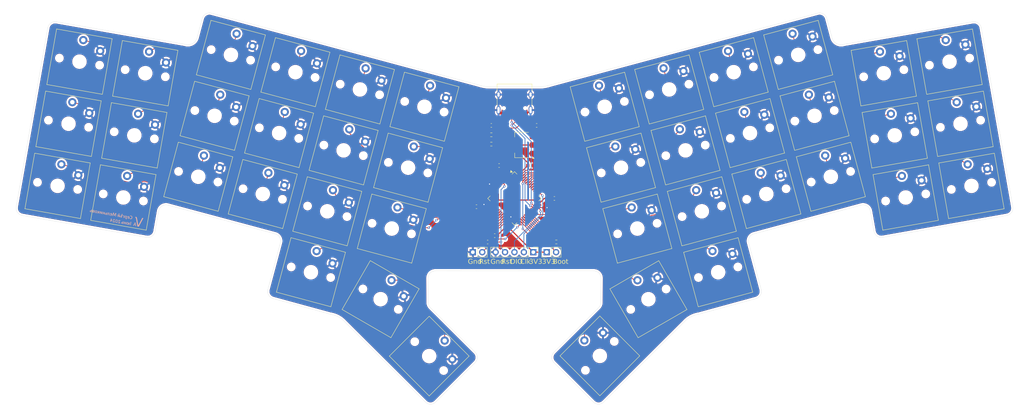
<source format=kicad_pcb>
(kicad_pcb (version 20240108) (generator "pcbnew") (generator_version "8.0")
  (title_block (title "Izhitsa A PCB") (rev "June 1, 2024") (company "Sergiey Melnikov"))
  (layers (0 "F.Cu" signal) (31 "B.Cu" signal) (34 "B.Paste" user) (35 "F.Paste" user) (36 "B.SilkS" user "B.Silkscreen") (37 "F.SilkS" user "F.Silkscreen") (38 "B.Mask" user) (39 "F.Mask" user) (44 "Edge.Cuts" user))
  (net 0 "")
  (net 1 "+5V")
  (net 2 "GND")
  (net 3 "+3V3")
  (net 4 "BOOT")
  (net 5 "RESET")
  (net 6 "SWDIO")
  (net 7 "SWCLK")
  (net 8 "PA9")
  (net 9 "D_N")
  (net 12 "Net-(J5-CC1)")
  (net 13 "D_P")
  (net 14 "Net-(J5-CC2)")
  (net 15 "S3.2")
  (net 16 "S3.3")
  (net 17 "S3.4")
  (net 18 "S3.5")
  (net 19 "S3.6")
  (net 20 "S3.7")
  (net 21 "S4.1")
  (net 22 "S4.2")
  (net 23 "S4.3")
  (net 24 "S4.4")
  (net 25 "S4.5")
  (net 26 "S4.6")
  (net 27 "S5.2")
  (net 28 "S5.3")
  (net 29 "S5.4")
  (net 30 "S5.5")
  (net 31 "S5.6")
  (net 32 "S5.7")
  (net 33 "S6.1")
  (net 34 "S6.2")
  (net 35 "S6.3")
  (net 36 "S6.4")
  (net 37 "S6.5")
  (net 38 "S6.6")
  (net 39 "S7.1")
  (net 40 "S7.2")
  (net 41 "S7.3")
  (net 42 "S7.4")
  (net 43 "S7.5")
  (net 44 "S7.6")
  (net 45 "S8.1")
  (net 46 "S8.2")
  (net 47 "S8.3")
  (net 48 "S8.4")
  (net 49 "S8.5")
  (net 50 "S8.6")
  (net 51 "S9.1")
  (net 52 "S9.2")
  (net 53 "S9.3")
  (net 54 "S10.1")
  (net 55 "S10.2")
  (net 56 "S10.3")
  (footprint "Capacitor_SMD:C_0603_1608Metric" (layer "F.Cu") (at 201.215677 115.392151 180)
    (property "Reference" "C3" (hide yes))
    (property "Value" "4.7uF" (hide yes))
  )
  (footprint "Capacitor_SMD:C_0603_1608Metric" (layer "F.Cu") (at 204.230345 124.912149 180)
    (property "Reference" "C8" (hide yes))
    (property "Value" "100nF" (hide yes))
  )
  (footprint "ScottoKeebs_Choc:Choc_V1_1.00u" (layer "F.Cu") (at 182.785669 104.870395 -15)
    (property "Reference" "S5.7" (hide yes))
    (property "Value" "Keyswitch" (hide yes))
  )
  (footprint "ScottoKeebs_Choc:Choc_V1_1.00u" (layer "F.Cu") (at 94.215513 76.293734 -10)
    (property "Reference" "S3.2" (hide yes))
    (property "Value" "Keyswitch" (hide yes))
  )
  (footprint "ScottoKeebs_Choc:Choc_V1_1.00u" (layer "F.Cu") (at 91.263491 93.035461 -10)
    (property "Reference" "S5.2" (hide yes))
    (property "Value" "Keyswitch" (hide yes))
  )
  (footprint "Resistor_SMD:R_0603_1608Metric" (layer "F.Cu") (at 205.215675 98.513242 180)
    (property "Reference" "R3" (hide yes))
    (property "Value" "5.1k" (hide yes))
  )
  (footprint "ScottoKeebs_Choc:Choc_V1_1.00u" (layer "F.Cu") (at 257.558609 100.211655 15)
    (property "Reference" "S6.2" (hide yes))
    (property "Value" "Keyswitch" (hide yes))
  )
  (footprint "Package_TO_SOT_SMD:SOT-223-3_TabPin2" (layer "F.Cu") (at 213.415677 98.76324 180)
    (property "Reference" "U2" (hide yes))
    (property "Value" "AMS1117-3.3" (hide yes))
  )
  (footprint "ScottoKeebs_Choc:Choc_V1_1.00u" (layer "F.Cu") (at 143.61241 111.973647 -15)
    (property "Reference" "S7.4" (hide yes))
    (property "Value" "Keyswitch" (hide yes))
  )
  (footprint "ScottoKeebs_Choc:Choc_V1_1.00u" (layer "F.Cu") (at 160.999081 116.632394 -15)
    (property "Reference" "S7.5" (hide yes))
    (property "Value" "Keyswitch" (hide yes))
  )
  (footprint "ScottoKeebs_Choc:Choc_V1_1.00u" (layer "F.Cu") (at 169.798928 83.790913 -15)
    (property "Reference" "S3.6" (hide yes))
    (property "Value" "Keyswitch" (hide yes))
  )
  (footprint "Capacitor_SMD:C_0603_1608Metric" (layer "F.Cu") (at 205.215678 93.479239 180)
    (property "Reference" "C1" (hide yes))
    (property "Value" "100nF" (hide yes))
  )
  (footprint "ScottoKeebs_Choc:Choc_V1_1.00u" (layer "F.Cu") (at 331.675373 93.040475 10)
    (property "Reference" "S6.6" (hide yes))
    (property "Value" "Keyswitch" (hide yes))
  )
  (footprint "ScottoKeebs_Choc:Choc_V1_1.00u" (layer "F.Cu") (at 126.225746 107.314904 -15)
    (property "Reference" "S7.3" (hide yes))
    (property "Value" "Keyswitch" (hide yes))
  )
  (footprint "ScottoKeebs_Choc:Choc_V1_1.00u" (layer "F.Cu") (at 178.385744 121.291137 -15)
    (property "Reference" "S7.6" (hide yes))
    (property "Value" "Keyswitch" (hide yes))
  )
  (footprint "ScottoKeebs_Choc:Choc_V1_1.00u" (layer "F.Cu") (at 244.571874 121.291134 15)
    (property "Reference" "S8.1" (hide yes))
    (property "Value" "Keyswitch" (hide yes))
  )
  (footprint "Resistor_SMD:R_0603_1608Metric" (layer "F.Cu") (at 222.730345 124.892149 180)
    (property "Reference" "R2" (hide yes))
    (property "Value" "5.1k" (hide yes))
  )
  (footprint "ScottoKeebs_Choc:Choc_V1_1.00u" (layer "F.Cu") (at 108.990033 96.161128 -10)
    (property "Reference" "S5.3" (hide yes))
    (property "Value" "Keyswitch" (hide yes))
  )
  (footprint "ScottoKeebs_Choc:Choc_V1_1.00u" (layer "F.Cu") (at 156.599152 133.05313 -15)
    (property "Reference" "S9.1" (hide yes))
    (property "Value" "Keyswitch" (hide yes))
  )
  (footprint "ScottoKeebs_Choc:Choc_V1_1.00u" (layer "F.Cu") (at 266.358459 133.053127 15)
    (property "Reference" "S10.3" (hide yes))
    (property "Value" "Keyswitch" (hide yes))
  )
  (footprint "ScottoKeebs_Choc:Choc_V1_1.00u" (layer "F.Cu") (at 253.158688 83.790916 15)
    (property "Reference" "S4.2" (hide yes))
    (property "Value" "Keyswitch" (hide yes))
  )
  (footprint "ScottoKeebs_Choc:Choc_V1_1.00u" (layer "F.Cu") (at 188.473191 155.656684 -45)
    (property "Reference" "S9.3" (hide yes))
    (property "Value" "Keyswitch" (hide yes))
  )
  (footprint "ScottoKeebs_Choc:Choc_V1_1.00u" (layer "F.Cu") (at 296.731868 107.314906 15)
    (property "Reference" "S8.4" (hide yes))
    (property "Value" "Keyswitch" (hide yes))
  )
  (footprint "ScottoKeebs_Choc:Choc_V1_1.00u" (layer "F.Cu") (at 279.345202 111.973648 15)
    (property "Reference" "S8.3" (hide yes))
    (property "Value" "Keyswitch" (hide yes))
  )
  (footprint "ScottoKeebs_Choc:Choc_V1_1.00u" (layer "F.Cu") (at 287.932015 74.473428 15)
    (property "Reference" "S4.4" (hide yes))
    (property "Value" "Keyswitch" (hide yes))
  )
  (footprint "Resistor_SMD:R_0603_1608Metric" (layer "F.Cu") (at 205.215678 96.013241 180)
    (property "Reference" "R4" (hide yes))
    (property "Value" "5.1k" (hide yes))
  )
  (footprint "ScottoKeebs_Choc:Choc_V1_1.00u" (layer "F.Cu") (at 187.185593 88.449656 -15)
    (property "Reference" "S3.7" (hide yes))
    (property "Value" "Keyswitch" (hide yes))
  )
  (footprint "ScottoKeebs_Choc:Choc_V1_1.00u" (layer "F.Cu") (at 165.398998 100.211655 -15)
    (property "Reference" "S5.6" (hide yes))
    (property "Value" "Keyswitch" (hide yes))
  )
  (footprint "ScottoKeebs_Choc:Choc_V1_1.00u" (layer "F.Cu") (at 148.012334 95.55291 -15)
    (property "Reference" "S5.5" (hide yes))
    (property "Value" "Keyswitch" (hide yes))
  )
  (footprint "ScottoKeebs_Choc:Choc_V1_1.00u" (layer "F.Cu") (at 334.627394 109.78221 10)
    (property "Reference" "S8.6" (hide yes))
    (property "Value" "Keyswitch" (hide yes))
  )
  (footprint "ScottoKeebs_Choc:Choc_V1_1.00u" (layer "F.Cu") (at 292.331941 90.894163 15)
    (property "Reference" "S6.4" (hide yes))
    (property "Value" "Keyswitch" (hide yes))
  )
  (footprint "Connector_PinHeader_2.54mm:PinHeader_1x02_P2.54mm_Vertical" (layer "F.Cu") (at 200.230677 127.642148 90)
    (property "Reference" "J2" (hide yes))
    (property "Value" "Conn_01x02" (hide yes))
  )
  (footprint "Capacitor_SMD:C_0603_1608Metric" (layer "F.Cu") (at 222.215677 113.163107)
    (property "Reference" "C6" (hide yes))
    (property "Value" "100nF" (hide yes))
  )
  (footprint "ScottoKeebs_Choc:Choc_V1_1.00u" (layer "F.Cu") (at 175.372857 140.311428 -30)
    (property "Reference" "S9.2" (hide yes))
    (property "Value" "Keyswitch" (hide yes))
  )
  (footprint "Capacitor_SMD:C_0603_1608Metric" (layer "F.Cu") (at 215.815677 104.292149)
    (property "Reference" "C4" (hide yes))
    (property "Value" "100nF" (hide yes))
  )
  (footprint "ScottoKeebs_Choc:Choc_V1_1.00u" (layer "F.Cu") (at 261.958535 116.632386 15)
    (property "Reference" "S8.2" (hide yes))
    (property "Value" "Keyswitch" (hide yes))
  )
  (footprint "Connector_USB:USB_C_Receptacle_HRO_TYPE-C-31-M-12" (layer "F.Cu") (at 211.470625 86.22924 180)
    (property "Reference" "J5" (hide yes))
    (property "Value" "USB_C_Receptacle_USB2.0" (hide yes))
  )
  (footprint "ScottoKeebs_Choc:Choc_V1_1.00u" (layer "F.Cu") (at 247.558813 140.32498 30)
    (property "Reference" "S10.2" (hide yes))
    (property "Value" "Keyswitch" (hide yes))
  )
  (footprint "ScottoKeebs_Choc:Choc_V1_1.00u" (layer "F.Cu") (at 270.545353 79.132173 15)
    (property "Reference" "S4.3" (hide yes))
    (property "Value" "Keyswitch" (hide yes))
  )
  (footprint "ScottoKeebs_Choc:Choc_V1_1.00u" (layer "F.Cu") (at 111.942051 79.419396 -10)
    (property "Reference" "S3.3" (hide yes))
    (property "Value" "Keyswitch" (hide yes))
  )
  (footprint "Connector_PinHeader_2.54mm:PinHeader_1x05_P2.54mm_Vertical" (layer "F.Cu") (at 216.530676 127.642148 -90)
    (property "Reference" "J3" (hide yes))
    (property "Value" "Conn_01x05" (hide yes))
  )
  (footprint "Package_QFP:LQFP-64_10x10mm_P0.5mm" (layer "F.Cu") (at 211.470624 113.163107 -45)
    (property "Reference" "U1" (hide yes))
    (property "Value" "STM32F072RBTx" (hide yes))
  )
  (footprint "ScottoKeebs_Choc:Choc_V1_1.00u" (layer "F.Cu") (at 313.948837 96.166148 10)
    (property "Reference" "S6.5" (hide yes))
    (property "Value" "Keyswitch" (hide yes))
  )
  (footprint "Capacitor_SMD:C_0603_1608Metric" (layer "F.Cu") (at 217.430344 93.479238)
    (property "Reference" "C2" (hide yes))
    (property "Value" "10uF" (hide yes))
  )
  (footprint "ScottoKeebs_Choc:Choc_V1_1.00u" (layer "F.Cu") (at 240.17195 104.870391 15)
    (property "Reference" "S6.1" (hide yes))
    (property "Value" "Keyswitch" (hide yes))
  )
  (footprint "ScottoKeebs_Choc:Choc_V1_1.00u" (layer "F.Cu") (at 274.945276 95.55291 15)
    (property "Reference" "S6.3" (hide yes))
    (property "Value" "Keyswitch" (hide yes))
  )
  (footprint "ScottoKeebs_Choc:Choc_V1_1.00u" (layer "F.Cu") (at 328.72336 76.29875 10)
    (property "Reference" "S4.6" (hide yes))
    (property "Value" "Keyswitch" (hide yes))
  )
  (footprint "ScottoKeebs_Choc:Choc_V1_1.00u" (layer "F.Cu") (at 130.625672 90.894167 -15)
    (property "Reference" "S5.4" (hide yes))
    (property "Value" "Keyswitch" (hide yes))
  )
  (footprint "ScottoKeebs_Choc:Choc_V1_1.00u" (layer "F.Cu") (at 235.772022 88.449657 15)
    (property "Reference" "S4.1" (hide yes))
    (property "Value" "Keyswitch" (hide yes))
  )
  (footprint "ScottoKeebs_Choc:Choc_V1_1.00u" (layer "F.Cu") (at 88.311474 109.777194 -10)
    (property "Reference" "S7.1" (hide yes))
    (property "Value" "Keyswitch" (hide yes))
  )
  (footprint "Capacitor_SMD:C_0603_1608Metric" (layer "F.Cu") (at 207.315676 104.292149 180)
    (property "Reference" "C5" (hide yes))
    (property "Value" "100nF" (hide yes))
  )
  (footprint "Connector_PinHeader_2.54mm:PinHeader_1x02_P2.54mm_Vertical" (layer "F.Cu") (at 220.130677 127.642148 90)
    (property "Reference" "J1" (hide yes))
    (property "Value" "Conn_01x02" (hide yes))
  )
  (footprint "ScottoKeebs_Choc:Choc_V1_1.00u" (layer "F.Cu") (at 152.412262 79.132169 -15)
    (property "Reference" "S3.5" (hide yes))
    (property "Value" "Keyswitch" (hide yes))
  )
  (footprint "ScottoKeebs_Choc:Choc_V1_1.00u" (layer "F.Cu") (at 316.900852 112.907879 10)
    (property "Reference" "S8.5" (hide yes))
    (property "Value" "Keyswitch" (hide yes))
  )
  (footprint "ScottoKeebs_Choc:Choc_V1_1.00u" (layer "F.Cu") (at 310.996819 79.424413 10)
    (property "Reference" "S4.5" (hide yes))
    (property "Value" "Keyswitch" (hide yes))
  )
  (footprint "ScottoKeebs_Choc:Choc_V1_1.00u" (layer "F.Cu") (at 106.038016 112.902862 -10)
    (property "Reference" "S7.2" (hide yes))
    (property "Value" "Keyswitch" (hide yes))
  )
  (footprint "Capacitor_SMD:C_0603_1608Metric" (layer "F.Cu") (at 206.130344 123.192151 180)
    (property "Reference" "C7" (hide yes))
    (property "Value" "100nF" (hide yes))
  )
  (footprint "ScottoKeebs_Choc:Choc_V1_1.00u" (layer "F.Cu") (at 135.025593 74.473429 -15)
    (property "Reference" "S3.4" (hide yes))
    (property "Value" "Keyswitch" (hide yes))
  )
  (footprint "ScottoKeebs_Choc:Choc_V1_1.00u" (layer "F.Cu") (at 234.470064 155.60147 45)
    (property "Reference" "S10.1" (hide yes))
    (property "Value" "Keyswitch" (hide yes))
  )
  (footprint "LOGO" (layer "B.Cu") (at 104.040625 118.17924 170)
    (property "Reference" "G***" (hide yes))
    (property "Value" "LOGO" (hide yes))
  )
  (gr_arc (start 161.846729 144.365961) (mid 163.939509 145.058352) (end 165.684912 146.404711) (stroke (width 0.05)) (layer "Edge.Cuts"))
  (gr_arc (start 204.912904 83.079241) (mid 203.311082 82.950112) (end 201.750626 82.566074) (stroke (width 0.05)) (layer "Edge.Cuts"))
  (gr_line (start 344.157897 117.743685) (end 310.674433 123.647722) (stroke (width 0.05)) (layer "Edge.Cuts"))
  (gr_line (start 206.150626 83.079241) (end 218.028347 83.079241) (stroke (width 0.05)) (layer "Edge.Cuts"))
  (gr_arc (start 235.52872 168.031051) (mid 234.114507 168.616838) (end 232.700293 168.031051) (stroke (width 0.05)) (layer "Edge.Cuts"))
  (gr_arc (start 78.783354 117.743686) (mid 77.492301 116.92125) (end 77.161037 115.426774) (stroke (width 0.05)) (layer "Edge.Cuts"))
  (gr_line (start 118.250236 115.017518) (end 146.94919 122.702858) (stroke (width 0.05)) (layer "Edge.Cuts"))
  (gr_line (start 221.190625 82.566073) (end 293.184278 63.226579) (stroke (width 0.05)) (layer "Edge.Cuts"))
  (gr_line (start 190.150626 132.679241) (end 201.150624 132.692353) (stroke (width 0.05)) (layer "Edge.Cuts"))
  (gr_arc (start 125.916194 69.835873) (mid 124.650301 71.435336) (end 122.618048 71.610211) (stroke (width 0.05)) (layer "Edge.Cuts"))
  (gr_arc (start 345.780214 115.426773) (mid 345.448932 116.921236) (end 344.157897 117.743685) (stroke (width 0.05)) (layer "Edge.Cuts"))
  (gr_arc (start 232.790624 132.679241) (mid 234.204838 133.265027) (end 234.790624 134.679241) (stroke (width 0.05)) (layer "Edge.Cuts"))
  (gr_line (start 307.391305 116.560134) (end 308.357521 122.025403) (stroke (width 0.05)) (layer "Edge.Cuts"))
  (gr_arc (start 200.847558 154.596025) (mid 201.43334 156.010238) (end 200.847559 157.424451) (stroke (width 0.05)) (layer "Edge.Cuts"))
  (gr_line (start 146.412969 140.158875) (end 161.846729 144.365961) (stroke (width 0.05)) (layer "Edge.Cuts"))
  (gr_line (start 115.549946 116.560135) (end 114.58373 122.025404) (stroke (width 0.05)) (layer "Edge.Cuts"))
  (gr_line (start 300.323203 71.61021) (end 334.954208 65.546976) (stroke (width 0.05)) (layer "Edge.Cuts"))
  (gr_arc (start 274.57785 125.152348) (mid 274.777665 123.634726) (end 275.992059 122.702862) (stroke (width 0.05)) (layer "Edge.Cuts"))
  (gr_arc (start 310.674433 123.647722) (mid 309.179984 123.316415) (end 308.357521 122.025403) (stroke (width 0.05)) (layer "Edge.Cuts"))
  (gr_arc (start 334.954543 65.548873) (mid 336.448996 65.880189) (end 337.271454 67.171193) (stroke (width 0.05)) (layer "Edge.Cuts"))
  (gr_arc (start 293.184278 63.226579) (mid 294.701922 63.426374) (end 295.633763 64.640791) (stroke (width 0.05)) (layer "Edge.Cuts"))
  (gr_line (start 187.412531 168.031052) (end 165.684912 146.404711) (stroke (width 0.05)) (layer "Edge.Cuts"))
  (gr_arc (start 190.240958 168.031052) (mid 188.826745 168.616839) (end 187.412531 168.031052) (stroke (width 0.05)) (layer "Edge.Cuts"))
  (gr_arc (start 146.412966 140.158869) (mid 145.198526 139.227017) (end 144.998755 137.709385) (stroke (width 0.05)) (layer "Edge.Cuts"))
  (gr_line (start 78.783354 117.743686) (end 112.266818 123.647723) (stroke (width 0.05)) (layer "Edge.Cuts"))
  (gr_arc (start 277.942496 137.709384) (mid 277.742653 139.226975) (end 276.528285 140.158868) (stroke (width 0.05)) (layer "Edge.Cuts"))
  (gr_arc (start 221.190625 82.566073) (mid 219.63017 82.950118) (end 218.028347 83.07924) (stroke (width 0.05)) (layer "Edge.Cuts"))
  (gr_line (start 85.669797 67.171194) (end 77.161037 115.426774) (stroke (width 0.05)) (layer "Edge.Cuts"))
  (gr_arc (start 127.307488 64.640792) (mid 128.23934 63.426394) (end 129.756973 63.22658) (stroke (width 0.05)) (layer "Edge.Cuts"))
  (gr_line (start 127.307483 64.640794) (end 125.916194 69.835873) (stroke (width 0.05)) (layer "Edge.Cuts"))
  (gr_arc (start 114.58373 122.025404) (mid 113.761274 123.316427) (end 112.266818 123.647723) (stroke (width 0.05)) (layer "Edge.Cuts"))
  (gr_line (start 274.57785 125.152348) (end 277.942496 137.709384) (stroke (width 0.05)) (layer "Edge.Cuts"))
  (gr_line (start 201.750626 82.566074) (end 129.756973 63.22658) (stroke (width 0.05)) (layer "Edge.Cuts"))
  (gr_arc (start 188.150626 134.679241) (mid 188.736412 133.265027) (end 190.150626 132.679241) (stroke (width 0.05)) (layer "Edge.Cuts"))
  (gr_arc (start 222.093692 157.42445) (mid 221.507914 156.010238) (end 222.093693 154.596024) (stroke (width 0.05)) (layer "Edge.Cuts"))
  (gr_line (start 232.790624 132.679241) (end 201.150624 132.692353) (stroke (width 0.05)) (layer "Edge.Cuts"))
  (gr_arc (start 234.740294 141.160994) (mid 234.585022 141.941676) (end 234.142809 142.603508) (stroke (width 0.05)) (layer "Edge.Cuts"))
  (gr_arc (start 146.949192 122.702863) (mid 148.1636 123.634718) (end 148.363401 125.152349) (stroke (width 0.05)) (layer "Edge.Cuts"))
  (gr_line (start 188.150626 134.679241) (end 188.200957 141.160995) (stroke (width 0.05)) (layer "Edge.Cuts"))
  (gr_arc (start 188.798442 142.603509) (mid 188.356229 141.941677) (end 188.200957 141.160995) (stroke (width 0.05)) (layer "Edge.Cuts"))
  (gr_line (start 206.150626 83.079241) (end 204.912904 83.079241) (stroke (width 0.05)) (layer "Edge.Cuts"))
  (gr_line (start 122.618048 71.610211) (end 87.987043 65.546977) (stroke (width 0.05)) (layer "Edge.Cuts"))
  (gr_line (start 234.790624 134.679241) (end 234.740294 141.160994) (stroke (width 0.05)) (layer "Edge.Cuts"))
  (gr_line (start 304.691015 115.017517) (end 275.992061 122.702857) (stroke (width 0.05)) (layer "Edge.Cuts"))
  (gr_arc (start 304.691015 115.017517) (mid 306.402962 115.15549) (end 307.391305 116.560134) (stroke (width 0.05)) (layer "Edge.Cuts"))
  (gr_line (start 200.847559 154.596024) (end 188.798442 142.603509) (stroke (width 0.05)) (layer "Edge.Cuts"))
  (gr_line (start 148.363401 125.152349) (end 144.998755 137.709385) (stroke (width 0.05)) (layer "Edge.Cuts"))
  (gr_line (start 235.52872 168.031051) (end 257.256339 146.40471) (stroke (width 0.05)) (layer "Edge.Cuts"))
  (gr_line (start 190.240958 168.031052) (end 200.847559 157.424451) (stroke (width 0.05)) (layer "Edge.Cuts"))
  (gr_arc (start 115.549946 116.560135) (mid 116.538273 115.155463) (end 118.250236 115.017518) (stroke (width 0.05)) (layer "Edge.Cuts"))
  (gr_arc (start 85.669797 67.171194) (mid 86.49227 65.880212) (end 87.986708 65.548874) (stroke (width 0.05)) (layer "Edge.Cuts"))
  (gr_arc (start 300.323203 71.61021) (mid 298.290989 71.435262) (end 297.025057 69.835872) (stroke (width 0.05)) (layer "Edge.Cuts"))
  (gr_line (start 276.528282 140.158874) (end 261.094522 144.36596) (stroke (width 0.05)) (layer "Edge.Cuts"))
  (gr_arc (start 257.256339 146.40471) (mid 259.001752 145.058369) (end 261.094522 144.36596) (stroke (width 0.05)) (layer "Edge.Cuts"))
  (gr_line (start 295.633768 64.640793) (end 297.025057 69.835872) (stroke (width 0.05)) (layer "Edge.Cuts"))
  (gr_line (start 337.271454 67.171193) (end 345.780214 115.426773) (stroke (width 0.05)) (layer "Edge.Cuts"))
  (gr_line (start 232.700293 168.031051) (end 222.093692 157.42445) (stroke (width 0.05)) (layer "Edge.Cuts"))
  (gr_line (start 222.093692 154.596023) (end 234.142809 142.603508) (stroke (width 0.05)) (layer "Edge.Cuts"))
  (gr_text "Rst" (at 201.9 131 0) (layer "F.SilkS") (effects (font (size 1.3 1.3) (thickness 0.1)) (justify left bottom)))
  (gr_text "Clk" (at 213 131 0) (layer "F.SilkS") (effects (font (size 1.3 1.3) (thickness 0.1)) (justify left bottom)))
  (gr_text "3V3" (at 215.4 131 0) (layer "F.SilkS") (effects (font (size 1.3 1.3) (thickness 0.1)) (justify left bottom)))
  (gr_text "3V3" (at 218.9 131 0) (layer "F.SilkS") (effects (font (size 1.3 1.3) (thickness 0.1)) (justify left bottom)))
  (gr_text "Gnd" (at 205 131 0) (layer "F.SilkS") (effects (font (size 1.3 1.3) (thickness 0.1)) (justify left bottom)))
  (gr_text "Boot" (at 221.8 131 0) (layer "F.SilkS") (effects (font (size 1.3 1.3) (thickness 0.1)) (justify left bottom)))
  (gr_text "Gnd" (at 198.9 131 0) (layer "F.SilkS") (effects (font (size 1.3 1.3) (thickness 0.1)) (justify left bottom)))
  (gr_text "DIO" (at 210.3 131 0) (layer "F.SilkS") (effects (font (size 1.3 1.3) (thickness 0.1)) (justify left bottom)))
  (gr_text "Rst" (at 207.9 131 0) (layer "F.SilkS") (effects (font (size 1.3 1.3) (thickness 0.1)) (justify left bottom)))
  (segment (start 212.65062 88.179235) (end 213.920625 89.449236) (width 0.3) (layer "F.Cu") (net 1))
  (segment (start 209.020628 89.414542) (end 210.25593 88.179234) (width 0.3) (layer "F.Cu") (net 1))
  (segment (start 213.920625 89.449236) (end 213.920623 91.199238) (width 0.3) (layer "F.Cu") (net 1))
  (segment (start 216.655344 96.373572) (end 216.565677 96.463239) (width 0.3) (layer "F.Cu") (net 1))
  (segment (start 216.200625 93.479238) (end 216.655344 93.479238) (width 0.3) (layer "F.Cu") (net 1))
  (segment (start 206.740627 93.479239) (end 205.990678 93.479239) (width 0.3) (layer "F.Cu") (net 1))
  (segment (start 210.25593 88.179234) (end 212.65062 88.179235) (width 0.3) (layer "F.Cu") (net 1))
  (segment (start 209.020628 90.274234) (end 209.020628 89.414542) (width 0.3) (layer "F.Cu") (net 1))
  (segment (start 213.920623 91.199238) (end 216.200625 93.479238) (width 0.3) (layer "F.Cu") (net 1))
  (segment (start 209.020628 90.274239) (end 209.020626 91.199237) (width 0.3) (layer "F.Cu") (net 1))
  (segment (start 216.655344 93.479238) (end 216.655344 96.373572) (width 0.3) (layer "F.Cu") (net 1))
  (segment (start 209.020626 91.199237) (end 206.740627 93.479239) (width 0.3) (layer "F.Cu") (net 1))
  (segment (start 213.185358 106.852179) (end 214.445388 105.59215) (width 0.2) (layer "F.Cu") (net 2))
  (segment (start 208.220628 90.274238) (end 208.065624 90.274236) (width 0.3) (layer "F.Cu") (net 2))
  (segment (start 217.781553 114.87784) (end 218.545861 115.642149) (width 0.2) (layer "F.Cu") (net 2))
  (segment (start 214.72063 90.274237) (end 214.875625 90.274239) (width 0.3) (layer "F.Cu") (net 2))
  (segment (start 206.220355 110.387714) (end 205.124792 109.29215) (width 0.2) (layer "F.Cu") (net 2))
  (segment (start 208.065624 90.274236) (end 207.150627 89.359237) (width 0.3) (layer "F.Cu") (net 2))
  (segment (start 209.755891 119.474037) (end 210.480344 118.749584) (width 0.2) (layer "F.Cu") (net 2))
  (segment (start 204.588772 115.448764) (end 205.159697 114.87784) (width 0.2) (layer "F.Cu") (net 2))
  (segment (start 214.875625 90.274239) (end 215.790627 89.359238) (width 0.3) (layer "F.Cu") (net 2))
  (segment (start 203.230344 114.792148) (end 203.886959 115.448764) (width 0.2) (layer "F.Cu") (net 2))
  (segment (start 203.886959 115.448764) (end 204.588772 115.448764) (width 0.2) (layer "F.Cu") (net 2))
  (segment (start 210.480344 118.749584) (end 210.480345 118.142147) (width 0.2) (layer "F.Cu") (net 2))
  (segment (start 218.545861 115.642149) (end 220.230345 115.64215) (width 0.2) (layer "F.Cu") (net 2))
  (segment (start 205.124792 109.29215) (end 204.730344 109.29215) (width 0.2) (layer "F.Cu") (net 2))
  (segment (start 214.445388 105.59215) (end 215.330344 105.59215) (width 0.2) (layer "F.Cu") (net 2))
  (via (at 203.230344 114.792148) (size 0.6) (drill 0.3) (layers "F.Cu" "B.Cu") (net 2))
  (via (at 215.330344 105.59215) (size 0.6) (drill 0.3) (layers "F.Cu" "B.Cu") (net 2))
  (via (at 220.230345 115.64215) (size 0.6) (drill 0.3) (layers "F.Cu" "B.Cu") (net 2))
  (via (at 204.730344 109.29215) (size 0.6) (drill 0.3) (layers "F.Cu" "B.Cu") (net 2))
  (via (at 210.480345 118.142147) (size 0.6) (drill 0.3) (layers "F.Cu" "B.Cu") (net 2))
  (segment (start 211.540625 107.119551) (end 212.210882 107.119551) (width 0.3) (layer "F.Cu") (net 3))
  (segment (start 215.040676 104.29215) (end 215.040675 103.538239) (width 0.3) (layer "F.Cu") (net 3))
  (segment (start 202.497292 115.898764) (end 201.990679 115.392151) (width 0.3) (layer "F.Cu") (net 3))
  (segment (start 212.210882 107.119551) (end 215.038282 104.292151) (width 0.3) (layer "F.Cu") (net 3))
  (segment (start 208.090678 104.479861) (end 208.090678 104.292151) (width 0.3) (layer "F.Cu") (net 3))
  (segment (start 221.440675 113.163107) (end 219.496285 113.163108) (width 0.3) (layer "F.Cu") (net 3))
  (segment (start 220.130676 127.642148) (end 220.130677 127.642148) (width 0.3) (layer "F.Cu") (net 3))
  (segment (start 210.109445 106.498627) (end 208.090678 104.479861) (width 0.3) (layer "F.Cu") (net 3))
  (segment (start 210.730369 107.119551) (end 210.109445 106.498627) (width 0.3) (layer "F.Cu") (net 3))
  (segment (start 207.144834 112.019298) (end 207.144834 113.599807) (width 0.3) (layer "F.Cu") (net 3))
  (segment (start 217.210627 113.599807) (end 207.290625 113.599807) (width 0.3) (layer "F.Cu") (net 3))
  (segment (start 205.513247 115.231395) (end 204.845878 115.898764) (width 0.3) (layer "F.Cu") (net 3))
  (segment (start 210.265677 98.763238) (end 210.265678 106.342394) (width 0.3) (layer "F.Cu") (net 3))
  (segment (start 210.109446 121.220917) (end 216.530676 127.642148) (width 0.3) (layer "F.Cu") (net 3))
  (segment (start 210.109443 119.827589) (end 209.488522 120.448511) (width 0.3) (layer "F.Cu") (net 3))
  (segment (start 216.565676 98.76324) (end 210.265677 98.763242) (width 0.3) (layer "F.Cu") (net 3))
  (segment (start 211.540625 107.119551) (end 211.540625 118.396409) (width 0.3) (layer "F.Cu") (net 3))
  (segment (start 207.290625 113.599807) (end 207.144834 113.599807) (width 0.3) (layer "F.Cu") (net 3))
  (segment (start 215.040675 103.538239) (end 210.265677 98.763238) (width 0.3) (layer "F.Cu") (net 3))
  (segment (start 209.488522 120.448511) (end 206.905345 123.03169) (width 0.3) (layer "F.Cu") (net 3))
  (segment (start 218.135105 114.524285) (end 217.210627 113.599807) (width 0.3) (layer "F.Cu") (net 3))
  (segment (start 206.905345 123.03169) (end 206.905345 123.192149) (width 0.3) (layer "F.Cu") (net 3))
  (segment (start 210.265678 106.342394) (end 210.109445 106.498627) (width 0.3) (layer "F.Cu") (net 3))
  (segment (start 204.845878 115.898764) (end 202.497292 115.898764) (width 0.3) (layer "F.Cu") (net 3))
  (segment (start 216.530676 127.642148) (end 220.130676 127.642148) (width 0.3) (layer "F.Cu") (net 3))
  (segment (start 207.144834 113.599807) (end 205.513247 115.231394) (width 0.3) (layer "F.Cu") (net 3))
  (segment (start 205.866802 110.741266) (end 207.144834 112.019298) (width 0.3) (layer "F.Cu") (net 3))
  (segment (start 211.540625 118.396409) (end 210.109446 119.827588) (width 0.3) (layer "F.Cu") (net 3))
  (segment (start 205.513247 115.231394) (end 205.513247 115.231395) (width 0.3) (layer "F.Cu") (net 3))
  (segment (start 210.730369 107.119551) (end 211.540625 107.119551) (width 0.3) (layer "F.Cu") (net 3))
  (segment (start 216.530677 127.892148) (end 216.281453 127.892147) (width 0.3) (layer "F.Cu") (net 3))
  (segment (start 216.530677 127.892148) (end 216.530679 127.892149) (width 0.3) (layer "F.Cu") (net 3))
  (segment (start 210.109443 119.827589) (end 210.109446 121.220917) (width 0.3) (layer "F.Cu") (net 3))
  (segment (start 219.496285 113.163108) (end 218.135106 114.524287) (width 0.3) (layer "F.Cu") (net 3))
  (segment (start 220.130676 127.642148) (end 220.130677 127.642148) (width 0.3) (layer "B.Cu") (net 3))
  (segment (start 221.905344 126.876816) (end 222.670678 127.642149) (width 0.2) (layer "F.Cu") (net 4))
  (segment (start 221.905344 124.892149) (end 221.905344 126.876816) (width 0.2) (layer "F.Cu") (net 4))
  (segment (start 213.675095 109.14504) (end 213.696243 109.166186) (width 0.2) (layer "F.Cu") (net 4))
  (segment (start 221.905344 124.89215) (end 221.905344 124.892149) (width 0.2) (layer "F.Cu") (net 4))
  (segment (start 213.675097 108.48376) (end 213.675095 109.14504) (width 0.2) (layer "F.Cu") (net 4))
  (segment (start 217.230343 124.892149) (end 221.905344 124.892149) (width 0.2) (layer "F.Cu") (net 4))
  (segment (start 213.730343 121.392149) (end 217.230343 124.892149) (width 0.2) (layer "F.Cu") (net 4))
  (segment (start 214.246019 107.912839) (end 213.675097 108.48376) (width 0.2) (layer "F.Cu") (net 4))
  (via (at 213.730343 121.392149) (size 0.6) (drill 0.3) (layers "F.Cu" "B.Cu") (net 4))
  (via (at 213.696243 109.166186) (size 0.6) (drill 0.3) (layers "F.Cu" "B.Cu") (net 4))
  (segment (start 213.696242 121.358047) (end 213.730343 121.392149) (width 0.2) (layer "B.Cu") (net 4))
  (segment (start 213.696243 109.166186) (end 213.696242 121.358047) (width 0.2) (layer "B.Cu") (net 4))
  (segment (start 205.005345 124.912148) (end 205.005347 125.407478) (width 0.2) (layer "F.Cu") (net 5))
  (segment (start 205.005345 124.912148) (end 207.810346 124.91215) (width 0.2) (layer "F.Cu") (net 5))
  (segment (start 207.988122 108.619947) (end 208.730345 109.362168) (width 0.2) (layer "F.Cu") (net 5))
  (segment (start 208.730345 109.362168) (end 208.730344 109.89215) (width 0.2) (layer "F.Cu") (net 5))
  (segment (start 207.810346 124.91215) (end 207.830344 124.89215) (width 0.2) (layer "F.Cu") (net 5))
  (segment (start 205.005347 125.407478) (end 202.770676 127.642148) (width 0.2) (layer "F.Cu") (net 5))
  (via (at 208.730344 109.89215) (size 0.6) (drill 0.3) (layers "F.Cu" "B.Cu") (net 5))
  (via (at 207.830344 124.89215) (size 0.6) (drill 0.3) (layers "F.Cu" "B.Cu") (net 5))
  (segment (start 208.730344 109.89215) (end 207.830344 110.792149) (width 0.2) (layer "B.Cu") (net 5))
  (segment (start 207.830343 126.561818) (end 208.910677 127.642148) (width 0.2) (layer "B.Cu") (net 5))
  (segment (start 207.830344 124.89215) (end 207.830343 126.561818) (width 0.2) (layer "B.Cu") (net 5))
  (segment (start 207.830344 110.792149) (end 207.830344 124.89215) (width 0.2) (layer "B.Cu") (net 5))
  (segment (start 208.730345 127.711817) (end 208.910676 127.892149) (width 0.2) (layer "B.Cu") (net 5))
  (segment (start 218.480345 116.283739) (end 218.480344 116.64215) (width 0.2) (layer "F.Cu") (net 6))
  (segment (start 211.702928 127.639901) (end 211.450677 127.892149) (width 0.2) (layer "F.Cu") (net 6))
  (segment (start 217.428 115.231395) (end 218.480345 116.283739) (width 0.2) (layer "F.Cu") (net 6))
  (via (at 218.480344 116.64215) (size 0.6) (drill 0.3) (layers "F.Cu" "B.Cu") (net 6))
  (segment (start 211.450677 127.642148) (end 211.450676 124.671818) (width 0.2) (layer "B.Cu") (net 6))
  (segment (start 218.480344 117.642152) (end 218.480344 116.64215) (width 0.2) (layer "B.Cu") (net 6))
  (segment (start 211.450676 124.671818) (end 218.480344 117.642152) (width 0.2) (layer "B.Cu") (net 6))
  (segment (start 218.135105 111.801928) (end 218.390122 111.801928) (width 0.2) (layer "F.Cu") (net 7))
  (segment (start 218.390122 111.801928) (end 218.980345 112.39215) (width 0.2) (layer "F.Cu") (net 7))
  (via (at 218.980345 112.39215) (size 0.6) (drill 0.3) (layers "F.Cu" "B.Cu") (net 7))
  (segment (start 218.980345 112.39215) (end 219.080344 112.492151) (width 0.2) (layer "B.Cu") (net 7))
  (segment (start 219.080344 117.607835) (end 213.990675 122.697505) (width 0.2) (layer "B.Cu") (net 7))
  (segment (start 219.080344 112.492151) (end 219.080344 117.607835) (width 0.2) (layer "B.Cu") (net 7))
  (segment (start 213.950676 127.85215) (end 213.990678 127.892148) (width 0.2) (layer "B.Cu") (net 7))
  (segment (start 213.990675 122.697505) (end 213.990676 127.642147) (width 0.2) (layer "B.Cu") (net 7))
  (segment (start 211.505626 92.234239) (end 211.72066 92.234237) (width 0.2) (layer "F.Cu") (net 9))
  (segment (start 210.930927 93.242149) (end 210.730991 93.442085) (width 0.2) (layer "F.Cu") (net 9))
  (segment (start 210.969156 93.242149) (end 210.930927 93.242149) (width 0.2) (layer "F.Cu") (net 9))
  (segment (start 211.72066 92.490645) (end 210.969156 93.242149) (width 0.2) (layer "F.Cu") (net 9))
  (segment (start 215.933491 115.151099) (end 216.720894 115.938502) (width 0.2) (layer "F.Cu") (net 9))
  (segment (start 212.220625 91.899236) (end 212.220627 90.27424) (width 0.2) (layer "F.Cu") (net 9))
  (segment (start 211.72066 92.234237) (end 211.72066 92.490645) (width 0.2) (layer "F.Cu") (net 9))
  (segment (start 215.727363 115.151099) (end 215.933491 115.151099) (width 0.2) (layer "F.Cu") (net 9))
  (segment (start 211.72066 92.234237) (end 211.885626 92.234237) (width 0.2) (layer "F.Cu") (net 9))
  (segment (start 211.220626 91.949238) (end 211.505626 92.234239) (width 0.2) (layer "F.Cu") (net 9))
  (segment (start 211.885626 92.234237) (end 212.220625 91.899236) (width 0.2) (layer "F.Cu") (net 9))
  (segment (start 211.220626 90.274233) (end 211.220626 91.949238) (width 0.2) (layer "F.Cu") (net 9))
  (via (at 210.730991 93.442085) (size 0.6) (drill 0.3) (layers "F.Cu" "B.Cu") (net 9))
  (via (at 215.727363 115.151099) (size 0.6) (drill 0.3) (layers "F.Cu" "B.Cu") (net 9))
  (segment (start 214.296243 97.007337) (end 214.296242 113.71998) (width 0.2) (layer "B.Cu") (net 9))
  (segment (start 214.296242 113.71998) (end 215.727363 115.151099) (width 0.2) (layer "B.Cu") (net 9))
  (segment (start 210.730991 93.442085) (end 214.296243 97.007337) (width 0.2) (layer "B.Cu") (net 9))
  (segment (start 212.720625 93.425494) (end 212.720626 90.274235) (width 0.2) (layer "F.Cu") (net 12))
  (segment (start 210.376989 94.176928) (end 211.969191 94.176927) (width 0.2) (layer "F.Cu") (net 12))
  (segment (start 206.040677 98.513243) (end 210.376989 94.176928) (width 0.2) (layer "F.Cu") (net 12))
  (segment (start 211.969191 94.176927) (end 212.720625 93.425494) (width 0.2) (layer "F.Cu") (net 12))
  (segment (start 210.720627 92.642149) (end 210.720625 92.642149) (width 0.2) (layer "F.Cu") (net 13))
  (segment (start 211.720624 90.274238) (end 211.720625 89.299237) (width 0.2) (layer "F.Cu") (net 13))
  (segment (start 211.720625 89.299237) (end 211.410627 88.989237) (width 0.2) (layer "F.Cu") (net 13))
  (segment (start 215.980345 114.490848) (end 217.074447 115.58495) (width 0.2) (layer "F.Cu") (net 13))
  (segment (start 210.720627 89.299238) (end 210.720625 90.274239) (width 0.2) (layer "F.Cu") (net 13))
  (segment (start 211.030627 88.989238) (end 210.720627 89.299238) (width 0.2) (layer "F.Cu") (net 13))
  (segment (start 215.980345 114.392149) (end 215.980345 114.490848) (width 0.2) (layer "F.Cu") (net 13))
  (segment (start 210.720625 92.642149) (end 210.720625 90.274238) (width 0.2) (layer "F.Cu") (net 13))
  (segment (start 211.410627 88.989237) (end 211.030627 88.989238) (width 0.2) (layer "F.Cu") (net 13))
  (via (at 210.720627 92.642149) (size 0.6) (drill 0.3) (layers "F.Cu" "B.Cu") (net 13))
  (via (at 215.980345 114.392149) (size 0.6) (drill 0.3) (layers "F.Cu" "B.Cu") (net 13))
  (segment (start 210.779584 92.64215) (end 215.980345 97.842909) (width 0.2) (layer "B.Cu") (net 13))
  (segment (start 215.980345 97.842909) (end 215.980345 114.392149) (width 0.2) (layer "B.Cu") (net 13))
  (segment (start 210.720627 92.642149) (end 210.779584 92.64215) (width 0.2) (layer "B.Cu") (net 13))
  (segment (start 209.720627 90.274238) (end 209.720625 92.797982) (width 0.2) (layer "F.Cu") (net 14))
  (segment (start 206.505369 96.01324) (end 206.040676 96.013241) (width 0.2) (layer "F.Cu") (net 14))
  (segment (start 209.720625 92.797982) (end 206.505369 96.01324) (width 0.2) (layer "F.Cu") (net 14))
  (segment (start 132.716125 82.422978) (end 112.511985 77.009294) (width 0.2) (layer "F.Cu") (net 15))
  (segment (start 192.707809 98.289378) (end 191.930344 98.289379) (width 0.2) (layer "F.Cu") (net 15))
  (segment (start 112.511985 77.009294) (end 111.215683 74.764029) (width 0.2) (layer "F.Cu") (net 15))
  (segment (start 205.513248 111.094821) (end 192.707809 98.289378) (width 0.2) (layer "F.Cu") (net 15))
  (segment (start 191.930344 98.289379) (end 132.716125 82.422978) (width 0.2) (layer "F.Cu") (net 15))
  (segment (start 111.215683 74.764029) (end 95.240037 70.483369) (width 0.2) (layer "F.Cu") (net 15))
  (segment (start 112.966577 73.60903) (end 114.413096 72.773882) (width 0.2) (layer "F.Cu") (net 16))
  (segment (start 192.445376 97.392104) (end 194.002563 97.392106) (width 0.2) (layer "F.Cu") (net 16))
  (segment (start 206.573911 109.963451) (end 206.573911 110.034158) (width 0.2) (layer "F.Cu") (net 16))
  (segment (start 140.100542 79.656812) (end 142.634202 84.045242) (width 0.2) (layer "F.Cu") (net 16))
  (segment (start 114.413096 72.773882) (end 140.100542 79.656812) (width 0.2) (layer "F.Cu") (net 16))
  (segment (start 142.634202 84.045242) (end 192.445376 97.392104) (width 0.2) (layer "F.Cu") (net 16))
  (segment (start 194.002563 97.392106) (end 206.573911 109.963451) (width 0.2) (layer "F.Cu") (net 16))
  (segment (start 193.673035 96.426177) (end 206.927462 109.680607) (width 0.2) (layer "F.Cu") (net 17))
  (segment (start 192.704194 96.426177) (end 193.673035 96.426177) (width 0.2) (layer "F.Cu") (net 17))
  (segment (start 136.552622 68.774464) (end 135.973263 70.936669) (width 0.2) (layer "F.Cu") (net 17))
  (segment (start 143.000447 83.108097) (end 148.754573 84.649916) (width 0.2) (layer "F.Cu") (net 17))
  (segment (start 135.973263 70.936669) (end 143.000447 83.108097) (width 0.2) (layer "F.Cu") (net 17))
  (segment (start 148.754573 84.649916) (end 192.704194 96.426177) (width 0.2) (layer "F.Cu") (net 17))
  (segment (start 153.939292 73.433208) (end 153.359932 75.595414) (width 0.2) (layer "F.Cu") (net 18))
  (segment (start 192.963013 95.460255) (end 193.414219 95.460256) (width 0.2) (layer "F.Cu") (net 18))
  (segment (start 164.951166 87.9545) (end 192.963013 95.460255) (width 0.2) (layer "F.Cu") (net 18))
  (segment (start 159.680006 86.542098) (end 164.951166 87.9545) (width 0.2) (layer "F.Cu") (net 18))
  (segment (start 153.359932 75.595414) (end 159.680006 86.542098) (width 0.2) (layer "F.Cu") (net 18))
  (segment (start 193.414219 95.460256) (end 207.281016 109.327054) (width 0.2) (layer "F.Cu") (net 18))
  (segment (start 193.221835 94.560765) (end 207.634572 108.9735) (width 0.2) (layer "F.Cu") (net 19))
  (segment (start 193.221836 94.49433) (end 193.221835 94.560765) (width 0.2) (layer "F.Cu") (net 19))
  (segment (start 170.606086 80.778547) (end 175.835169 89.835585) (width 0.2) (layer "F.Cu") (net 19))
  (segment (start 175.835169 89.835585) (end 193.221836 94.49433) (width 0.2) (layer "F.Cu") (net 19))
  (segment (start 171.325957 78.09195) (end 170.606086 80.778547) (width 0.2) (layer "F.Cu") (net 19))
  (segment (start 188.12216 84.954328) (end 188.172163 85.040938) (width 0.2) (layer "F.Cu") (net 20))
  (segment (start 188.12216 84.95433) (end 188.712625 82.750693) (width 0.2) (layer "F.Cu") (net 20))
  (segment (start 209.071243 106.238242) (end 209.727748 106.894745) (width 0.2) (layer "F.Cu") (net 20))
  (segment (start 192.997691 93.398991) (end 205.836939 106.238242) (width 0.2) (layer "F.Cu") (net 20))
  (segment (start 188.172163 85.040938) (end 192.997691 93.398991) (width 0.2) (layer "F.Cu") (net 20))
  (segment (start 188.172163 85.040938) (end 188.12216 84.95433) (width 0.2) (layer "F.Cu") (net 20))
  (segment (start 205.836939 106.238242) (end 209.071243 106.238242) (width 0.2) (layer "F.Cu") (net 20))
  (segment (start 234.244991 82.750692) (end 234.824346 84.912897) (width 0.2) (layer "F.Cu") (net 21))
  (segment (start 229.955733 93.3456) (end 229.559923 93.451652) (width 0.2) (layer "F.Cu") (net 21))
  (segment (start 214.531401 106.213243) (end 213.538911 107.205731) (width 0.2) (layer "F.Cu") (net 21))
  (segment (start 216.798333 106.213242) (end 214.531401 106.213243) (width 0.2) (layer "F.Cu") (net 21))
  (segment (start 229.559923 93.451652) (end 216.798333 106.213242) (width 0.2) (layer "F.Cu") (net 21))
  (segment (start 234.824346 84.912897) (end 229.955733 93.3456) (width 0.2) (layer "F.Cu") (net 21))
  (segment (start 246.699092 89.801089) (end 246.722443 89.888241) (width 0.2) (layer "F.Cu") (net 22))
  (segment (start 252.211018 80.254156) (end 246.699092 89.801089) (width 0.2) (layer "F.Cu") (net 22))
  (segment (start 229.234817 94.387675) (end 217.009251 106.613242) (width 0.2) (layer "F.Cu") (net 22))
  (segment (start 251.631654 78.09195) (end 252.211018 80.254156) (width 0.2) (layer "F.Cu") (net 22))
  (segment (start 234.648369 93.123481) (end 229.930344 94.387677) (width 0.2) (layer "F.Cu") (net 22))
  (segment (start 246.722443 89.888241) (end 234.648369 93.123481) (width 0.2) (layer "F.Cu") (net 22))
  (segment (start 229.930344 94.387677) (end 229.234817 94.387675) (width 0.2) (layer "F.Cu") (net 22))
  (segment (start 214.838509 106.613243) (end 213.892466 107.559288) (width 0.2) (layer "F.Cu") (net 22))
  (segment (start 217.009251 106.613242) (end 214.838509 106.613243) (width 0.2) (layer "F.Cu") (net 22))
  (segment (start 234.907188 94.089405) (end 230.077558 95.383502) (width 0.2) (layer "F.Cu") (net 23))
  (segment (start 215.852724 107.013243) (end 214.599571 108.266393) (width 0.2) (layer "F.Cu") (net 23))
  (segment (start 228.804678 95.383503) (end 217.174938 107.013241) (width 0.2) (layer "F.Cu") (net 23))
  (segment (start 256.640523 88.265984) (end 234.907188 94.089405) (width 0.2) (layer "F.Cu") (net 23))
  (segment (start 269.750442 76.165529) (end 263.884969 86.324841) (width 0.2) (layer "F.Cu") (net 23))
  (segment (start 230.077558 95.383502) (end 228.804678 95.383503) (width 0.2) (layer "F.Cu") (net 23))
  (segment (start 269.018321 73.433208) (end 269.750442 76.165529) (width 0.2) (layer "F.Cu") (net 23))
  (segment (start 217.174938 107.013241) (end 215.852724 107.013243) (width 0.2) (layer "F.Cu") (net 23))
  (segment (start 263.884969 86.324841) (end 256.640523 88.265984) (width 0.2) (layer "F.Cu") (net 23))
  (segment (start 217.340624 107.413243) (end 216.159831 107.413243) (width 0.2) (layer "F.Cu") (net 24))
  (segment (start 235.166007 95.05533) (end 230.336379 96.349428) (width 0.2) (layer "F.Cu") (net 24))
  (segment (start 216.159831 107.413243) (end 214.953125 108.619948) (width 0.2) (layer "F.Cu") (net 24))
  (segment (start 230.336379 96.349428) (end 228.404439 96.349427) (width 0.2) (layer "F.Cu") (net 24))
  (segment (start 228.404439 96.349427) (end 217.340624 107.413243) (width 0.2) (layer "F.Cu") (net 24))
  (segment (start 287.007702 71.023824) (end 280.081564 83.020248) (width 0.2) (layer "F.Cu") (net 24))
  (segment (start 286.404987 68.774465) (end 287.007702 71.023824) (width 0.2) (layer "F.Cu") (net 24))
  (segment (start 280.081564 83.020248) (end 235.166007 95.05533) (width 0.2) (layer "F.Cu") (net 24))
  (segment (start 228.004199 97.315354) (end 217.506309 107.813244) (width 0.2) (layer "F.Cu") (net 25))
  (segment (start 216.466934 107.813242) (end 215.30668 108.973498) (width 0.2) (layer "F.Cu") (net 25))
  (segment (start 217.506309 107.813244) (end 216.466934 107.813242) (width 0.2) (layer "F.Cu") (net 25))
  (segment (start 250.87964 91.880153) (end 230.595198 97.315354) (width 0.2) (layer "F.Cu") (net 25))
  (segment (start 282.471961 80.98274) (end 280.810682 83.860156) (width 0.2) (layer "F.Cu") (net 25))
  (segment (start 280.810682 83.860156) (end 250.87964 91.880153) (width 0.2) (layer "F.Cu") (net 25))
  (segment (start 230.595198 97.315354) (end 228.004199 97.315354) (width 0.2) (layer "F.Cu") (net 25))
  (segment (start 309.972295 73.614049) (end 282.471961 80.98274) (width 0.2) (layer "F.Cu") (net 25))
  (segment (start 227.60396 98.281277) (end 217.671996 108.213243) (width 0.2) (layer "F.Cu") (net 26))
  (segment (start 217.671996 108.213243) (end 216.774044 108.213243) (width 0.2) (layer "F.Cu") (net 26))
  (segment (start 235.683649 96.987185) (end 230.854017 98.281279) (width 0.2) (layer "F.Cu") (net 26))
  (segment (start 326.351616 69.710568) (end 312.084166 73.533516) (width 0.2) (layer "F.Cu") (net 26))
  (segment (start 216.774044 108.213243) (end 215.660233 109.327055) (width 0.2) (layer "F.Cu") (net 26))
  (segment (start 312.084166 73.533516) (end 310.047279 77.061509) (width 0.2) (layer "F.Cu") (net 26))
  (segment (start 327.698835 70.488382) (end 326.351616 69.710568) (width 0.2) (layer "F.Cu") (net 26))
  (segment (start 310.047279 77.061509) (end 235.683649 96.987185) (width 0.2) (layer "F.Cu") (net 26))
  (segment (start 230.854017 98.281279) (end 227.60396 98.281277) (width 0.2) (layer "F.Cu") (net 26))
  (segment (start 204.977726 117.888241) (end 206.573912 116.292057) (width 0.2) (layer "F.Cu") (net 27))
  (segment (start 132.662867 100.008402) (end 187.786631 114.778774) (width 0.2) (layer "F.Cu") (net 27))
  (segment (start 108.777795 91.643521) (end 110.119847 93.968016) (width 0.2) (layer "F.Cu") (net 27))
  (segment (start 190.896097 117.88824) (end 204.977726 117.888241) (width 0.2) (layer "F.Cu") (net 27))
  (segment (start 187.786631 114.778774) (end 190.896097 117.88824) (width 0.2) (layer "F.Cu") (net 27))
  (segment (start 92.288016 87.225099) (end 108.777795 91.643521) (width 0.2) (layer "F.Cu") (net 27))
  (segment (start 110.119847 93.968016) (end 132.662867 100.008402) (width 0.2) (layer "F.Cu") (net 27))
  (segment (start 188.04545 113.812844) (end 191.720847 117.488239) (width 0.2) (layer "F.Cu") (net 28))
  (segment (start 140.166129 100.983617) (end 188.04545 113.812844) (width 0.2) (layer "F.Cu") (net 28))
  (segment (start 135.121183 95.663474) (end 137.83162 100.358084) (width 0.2) (layer "F.Cu") (net 28))
  (segment (start 111.688034 89.38458) (end 135.121183 95.663474) (width 0.2) (layer "F.Cu") (net 28))
  (segment (start 137.83162 100.358084) (end 140.166129 100.983617) (width 0.2) (layer "F.Cu") (net 28))
  (segment (start 110.014559 90.350761) (end 111.688034 89.38458) (width 0.2) (layer "F.Cu") (net 28))
  (segment (start 191.720847 117.488239) (end 204.670619 117.48824) (width 0.2) (layer "F.Cu") (net 28))
  (segment (start 204.670619 117.48824) (end 206.220355 115.938502) (width 0.2) (layer "F.Cu") (net 28))
  (segment (start 192.545592 117.088239) (end 204.363514 117.088239) (width 0.2) (layer "F.Cu") (net 29))
  (segment (start 147.252425 101.847109) (end 188.304272 112.846918) (width 0.2) (layer "F.Cu") (net 29))
  (segment (start 138.600521 99.528836) (end 147.252425 101.847109) (width 0.2) (layer "F.Cu") (net 29))
  (segment (start 131.573343 87.357412) (end 138.600521 99.528836) (width 0.2) (layer "F.Cu") (net 29))
  (segment (start 204.363514 117.088239) (end 205.866803 115.584949) (width 0.2) (layer "F.Cu") (net 29))
  (segment (start 132.152703 85.195204) (end 131.573343 87.357412) (width 0.2) (layer "F.Cu") (net 29))
  (segment (start 188.304272 112.846918) (end 192.545592 117.088239) (width 0.2) (layer "F.Cu") (net 29))
  (segment (start 202.074006 111.792149) (end 188.230659 111.79215) (width 0.2) (layer "F.Cu") (net 30))
  (segment (start 188.230659 111.79215) (end 188.230345 111.791836) (width 0.2) (layer "F.Cu") (net 30))
  (segment (start 155.28008 102.962836) (end 148.960006 92.016153) (width 0.2) (layer "F.Cu") (net 30))
  (segment (start 188.230345 111.791836) (end 159.585318 104.116421) (width 0.2) (layer "F.Cu") (net 30))
  (segment (start 204.806144 114.524288) (end 202.074006 111.792149) (width 0.2) (layer "F.Cu") (net 30))
  (segment (start 148.960006 92.016153) (end 149.539365 89.853947) (width 0.2) (layer "F.Cu") (net 30))
  (segment (start 159.585318 104.116421) (end 155.28008 102.962836) (width 0.2) (layer "F.Cu") (net 30))
  (segment (start 203.588179 110.549984) (end 204.806143 111.767948) (width 0.2) (layer "F.Cu") (net 31))
  (segment (start 166.926036 94.512692) (end 166.926033 95.529021) (width 0.2) (layer "F.Cu") (net 31))
  (segment (start 204.806143 111.767948) (end 204.806143 111.801928) (width 0.2) (layer "F.Cu") (net 31))
  (segment (start 188.930344 110.549984) (end 203.588179 110.549984) (width 0.2) (layer "F.Cu") (net 31))
  (segment (start 166.926033 95.529021) (end 179.390914 107.993902) (width 0.2) (layer "F.Cu") (net 31))
  (segment (start 179.390914 107.993902) (end 188.930344 110.549984) (width 0.2) (layer "F.Cu") (net 31))
  (segment (start 184.312698 100.187762) (end 184.312698 99.171436) (width 0.2) (layer "F.Cu") (net 32))
  (segment (start 205.159698 111.448374) (end 192.882755 99.171434) (width 0.2) (layer "F.Cu") (net 32))
  (segment (start 192.882755 99.171434) (end 184.312702 99.171433) (width 0.2) (layer "F.Cu") (net 32))
  (segment (start 238.644918 99.171433) (end 231.530345 101.07777) (width 0.2) (layer "F.Cu") (net 33))
  (segment (start 217.08115 108.613243) (end 216.013785 109.680607) (width 0.2) (layer "F.Cu") (net 33))
  (segment (start 217.837681 108.613244) (end 217.08115 108.613243) (width 0.2) (layer "F.Cu") (net 33))
  (segment (start 231.530345 101.07777) (end 225.373154 101.07777) (width 0.2) (layer "F.Cu") (net 33))
  (segment (start 225.373154 101.07777) (end 217.837681 108.613244) (width 0.2) (layer "F.Cu") (net 33))
  (segment (start 232.398113 109.013244) (end 217.388254 109.013243) (width 0.2) (layer "F.Cu") (net 34))
  (segment (start 242.268435 108.501472) (end 234.080335 110.695467) (width 0.2) (layer "F.Cu") (net 34))
  (segment (start 256.031578 94.738332) (end 242.268435 108.501472) (width 0.2) (layer "F.Cu") (net 34))
  (segment (start 256.031575 94.512691) (end 256.031578 94.738332) (width 0.2) (layer "F.Cu") (net 34))
  (segment (start 234.080335 110.695467) (end 232.398113 109.013244) (width 0.2) (layer "F.Cu") (net 34))
  (segment (start 217.388254 109.013243) (end 216.367339 110.034158) (width 0.2) (layer "F.Cu") (net 34))
  (segment (start 232.086489 109.413242) (end 217.695363 109.413243) (width 0.2) (layer "F.Cu") (net 35))
  (segment (start 268.28489 102.745575) (end 261.523407 104.557309) (width 0.2) (layer "F.Cu") (net 35))
  (segment (start 273.418244 89.853945) (end 274.15037 92.586271) (width 0.2) (layer "F.Cu") (net 35))
  (segment (start 234.477486 111.804241) (end 232.086489 109.413242) (width 0.2) (layer "F.Cu") (net 35))
  (segment (start 217.695363 109.413243) (end 216.720892 110.387714) (width 0.2) (layer "F.Cu") (net 35))
  (segment (start 274.15037 92.586271) (end 268.28489 102.745575) (width 0.2) (layer "F.Cu") (net 35))
  (segment (start 261.523407 104.557309) (end 234.477486 111.804241) (width 0.2) (layer "F.Cu") (net 35))
  (segment (start 234.736305 112.770169) (end 231.779377 109.813243) (width 0.2) (layer "F.Cu") (net 36))
  (segment (start 284.394335 99.464343) (end 234.736305 112.770169) (width 0.2) (layer "F.Cu") (net 36))
  (segment (start 291.384273 87.357409) (end 284.394335 99.464343) (width 0.2) (layer "F.Cu") (net 36))
  (segment (start 218.00247 109.813243) (end 217.074446 110.741266) (width 0.2) (layer "F.Cu") (net 36))
  (segment (start 231.779377 109.813243) (end 218.00247 109.813243) (width 0.2) (layer "F.Cu") (net 36))
  (segment (start 290.804909 85.195204) (end 291.384273 87.357409) (width 0.2) (layer "F.Cu") (net 36))
  (segment (start 234.995123 113.656927) (end 231.551437 110.213243) (width 0.2) (layer "F.Cu") (net 37))
  (segment (start 312.924314 90.355781) (end 286.917623 97.324253) (width 0.2) (layer "F.Cu") (net 37))
  (segment (start 234.995122 113.73609) (end 234.995123 113.656927) (width 0.2) (layer "F.Cu") (net 37))
  (segment (start 218.309578 110.213242) (end 217.428 111.094821) (width 0.2) (layer "F.Cu") (net 37))
  (segment (start 285.21061 100.280895) (end 234.995122 113.73609) (width 0.2) (layer "F.Cu") (net 37))
  (segment (start 286.917623 97.324253) (end 285.21061 100.280895) (width 0.2) (layer "F.Cu") (net 37))
  (segment (start 231.551437 110.213243) (end 218.309578 110.213242) (width 0.2) (layer "F.Cu") (net 37))
  (segment (start 312.895523 93.89802) (end 308.651645 95.035162) (width 0.2) (layer "F.Cu") (net 38))
  (segment (start 330.650846 87.230108) (end 329.10629 86.338361) (width 0.2) (layer "F.Cu") (net 38))
  (segment (start 315.092092 90.093453) (end 312.895523 93.89802) (width 0.2) (layer "F.Cu") (net 38))
  (segment (start 235.253942 114.615749) (end 231.251436 110.613243) (width 0.2) (layer "F.Cu") (net 38))
  (segment (start 218.616685 110.613242) (end 217.781552 111.448375) (width 0.2) (layer "F.Cu") (net 38))
  (segment (start 308.651645 95.035162) (end 235.253943 114.702019) (width 0.2) (layer "F.Cu") (net 38))
  (segment (start 235.253943 114.702019) (end 235.253942 114.615749) (width 0.2) (layer "F.Cu") (net 38))
  (segment (start 231.251436 110.613243) (end 218.616685 110.613242) (width 0.2) (layer "F.Cu") (net 38))
  (segment (start 329.10629 86.338361) (end 315.092092 90.093453) (width 0.2) (layer "F.Cu") (net 38))
  (segment (start 109.816551 109.454578) (end 111.495069 108.485484) (width 0.2) (layer "F.Cu") (net 39))
  (segment (start 182.430345 129.907975) (end 183.829722 129.907974) (width 0.2) (layer "F.Cu") (net 39))
  (segment (start 206.891074 120.28824) (end 208.69523 118.484083) (width 0.2) (layer "F.Cu") (net 39))
  (segment (start 183.829722 129.907974) (end 193.449456 120.288239) (width 0.2) (layer "F.Cu") (net 39))
  (segment (start 208.69523 118.484083) (end 208.695231 118.413376) (width 0.2) (layer "F.Cu") (net 39))
  (segment (start 111.495069 108.485484) (end 130.252726 113.511584) (width 0.2) (layer "F.Cu") (net 39))
  (segment (start 131.902504 116.369082) (end 182.430345 129.907975) (width 0.2) (layer "F.Cu") (net 39))
  (segment (start 89.335999 103.966832) (end 109.816551 109.454578) (width 0.2) (layer "F.Cu") (net 39))
  (segment (start 130.252726 113.511584) (end 131.902504 116.369082) (width 0.2) (layer "F.Cu") (net 39))
  (segment (start 193.449456 120.288239) (end 206.891074 120.28824) (width 0.2) (layer "F.Cu") (net 39))
  (segment (start 132.724592 115.554084) (end 134.093172 115.920794) (width 0.2) (layer "F.Cu") (net 40))
  (segment (start 134.093172 115.920794) (end 183.130345 129.060262) (width 0.2) (layer "F.Cu") (net 40))
  (segment (start 183.130345 129.060262) (end 184.111749 129.060262) (width 0.2) (layer "F.Cu") (net 40))
  (segment (start 184.111749 129.060262) (end 193.283771 119.88824) (width 0.2) (layer "F.Cu") (net 40))
  (segment (start 108.656787 106.172054) (end 130.721259 112.084214) (width 0.2) (layer "F.Cu") (net 40))
  (segment (start 193.283771 119.88824) (end 206.513257 119.888239) (width 0.2) (layer "F.Cu") (net 40))
  (segment (start 206.513257 119.888239) (end 208.341676 118.059821) (width 0.2) (layer "F.Cu") (net 40))
  (segment (start 130.721259 112.084214) (end 132.724592 115.554084) (width 0.2) (layer "F.Cu") (net 40))
  (segment (start 107.06254 107.092495) (end 108.656787 106.172054) (width 0.2) (layer "F.Cu") (net 40))
  (segment (start 192.976661 119.488239) (end 206.206152 119.488239) (width 0.2) (layer "F.Cu") (net 41))
  (segment (start 127.17342 103.778148) (end 133.49349 114.724831) (width 0.2) (layer "F.Cu") (net 41))
  (segment (start 183.130345 128.024987) (end 184.439914 128.024987) (width 0.2) (layer "F.Cu") (net 41))
  (segment (start 206.206152 119.488239) (end 207.988123 117.706268) (width 0.2) (layer "F.Cu") (net 41))
  (segment (start 133.49349 114.724831) (end 138.281691 116.007828) (width 0.2) (layer "F.Cu") (net 41))
  (segment (start 184.439914 128.024987) (end 192.976661 119.488239) (width 0.2) (layer "F.Cu") (net 41))
  (segment (start 138.281691 116.007828) (end 183.130345 128.024987) (width 0.2) (layer "F.Cu") (net 41))
  (segment (start 127.752776 101.615943) (end 127.17342 103.778148) (width 0.2) (layer "F.Cu") (net 41))
  (segment (start 192.669551 119.088241) (end 205.899047 119.08824) (width 0.2) (layer "F.Cu") (net 42))
  (segment (start 145.139443 106.274686) (end 144.419571 108.961284) (width 0.2) (layer "F.Cu") (net 42))
  (segment (start 151.580507 118.535956) (end 183.830345 127.177275) (width 0.2) (layer "F.Cu") (net 42))
  (segment (start 205.899047 119.08824) (end 207.63457 117.352716) (width 0.2) (layer "F.Cu") (net 42))
  (segment (start 149.648656 118.018318) (end 151.580507 118.535956) (width 0.2) (layer "F.Cu") (net 42))
  (segment (start 183.830345 127.177275) (end 184.580516 127.177274) (width 0.2) (layer "F.Cu") (net 42))
  (segment (start 184.580516 127.177274) (end 192.669551 119.088241) (width 0.2) (layer "F.Cu") (net 42))
  (segment (start 144.419571 108.961284) (end 149.648656 118.018318) (width 0.2) (layer "F.Cu") (net 42))
  (segment (start 207.281016 117.069872) (end 207.281016 116.999161) (width 0.2) (layer "F.Cu") (net 43))
  (segment (start 205.662649 118.68824) (end 207.281016 117.069872) (width 0.2) (layer "F.Cu") (net 43))
  (segment (start 190.430345 118.992149) (end 190.734254 118.688239) (width 0.2) (layer "F.Cu") (net 43))
  (segment (start 190.734254 118.688239) (end 205.662649 118.68824) (width 0.2) (layer "F.Cu") (net 43))
  (segment (start 188.295483 121.057289) (end 188.330345 121.092151) (width 0.2) (layer "F.Cu") (net 43))
  (segment (start 165.125724 115.436095) (end 167.268758 116.010319) (width 0.2) (layer "F.Cu") (net 43))
  (segment (start 186.104312 121.057289) (end 188.295483 121.057289) (width 0.2) (layer "F.Cu") (net 43))
  (segment (start 167.268758 116.010319) (end 186.104312 121.057289) (width 0.2) (layer "F.Cu") (net 43))
  (segment (start 162.52611 110.933431) (end 165.125724 115.436095) (width 0.2) (layer "F.Cu") (net 43))
  (via (at 188.330345 121.092151) (size 0.6) (drill 0.3) (layers "F.Cu" "B.Cu") (net 43))
  (via (at 190.430345 118.992149) (size 0.6) (drill 0.3) (layers "F.Cu" "B.Cu") (net 43))
  (segment (start 188.330345 121.092151) (end 190.430345 118.992149) (width 0.2) (layer "B.Cu") (net 43))
  (segment (start 179.912776 115.592173) (end 187.368401 117.589899) (width 0.2) (layer "F.Cu") (net 44))
  (segment (start 187.368401 117.589899) (end 188.066742 118.288239) (width 0.2) (layer "F.Cu") (net 44))
  (segment (start 188.066742 118.288239) (end 205.284832 118.288241) (width 0.2) (layer "F.Cu") (net 44))
  (segment (start 205.284832 118.288241) (end 206.927464 116.645608) (width 0.2) (layer "F.Cu") (net 44))
  (segment (start 243.044842 115.592173) (end 235.924719 117.5) (width 0.2) (layer "F.Cu") (net 45))
  (segment (start 217.57528 117.5) (end 216.367337 116.292058) (width 0.2) (layer "F.Cu") (net 45))
  (segment (start 235.924719 117.5) (end 217.57528 117.5) (width 0.2) (layer "F.Cu") (net 45))
  (segment (start 260.431506 110.933429) (end 257.956631 115.220033) (width 0.2) (layer "F.Cu") (net 46))
  (segment (start 236.927179 120.854861) (end 219.515932 120.854861) (width 0.2) (layer "F.Cu") (net 46))
  (segment (start 257.956631 115.220033) (end 236.927179 120.854861) (width 0.2) (layer "F.Cu") (net 46))
  (segment (start 219.515932 120.854861) (end 215.660234 116.999162) (width 0.2) (layer "F.Cu") (net 46))
  (segment (start 265.664514 120.012116) (end 238.618589 127.259056) (width 0.2) (layer "F.Cu") (net 47))
  (segment (start 272.821805 118.094332) (end 265.664514 120.012116) (width 0.2) (layer "F.Cu") (net 47))
  (segment (start 232.614394 121.254861) (end 219.208823 121.254861) (width 0.2) (layer "F.Cu") (net 47))
  (segment (start 277.818169 106.274685) (end 278.397529 108.436891) (width 0.2) (layer "F.Cu") (net 47))
  (segment (start 238.618589 127.259056) (end 232.614394 121.254861) (width 0.2) (layer "F.Cu") (net 47))
  (segment (start 219.208823 121.254861) (end 215.306678 117.352716) (width 0.2) (layer "F.Cu") (net 47))
  (segment (start 278.397529 108.436891) (end 272.821805 118.094332) (width 0.2) (layer "F.Cu") (net 47))
  (segment (start 295.204832 101.615945) (end 295.784193 103.778146) (width 0.2) (layer "F.Cu") (net 48))
  (segment (start 238.870669 128.076821) (end 232.448709 121.654861) (width 0.2) (layer "F.Cu") (net 48))
  (segment (start 289.50136 114.660333) (end 282.827037 116.448715) (width 0.2) (layer "F.Cu") (net 48))
  (segment (start 295.784193 103.778146) (end 289.50136 114.660333) (width 0.2) (layer "F.Cu") (net 48))
  (segment (start 232.448709 121.654861) (end 218.901717 121.654861) (width 0.2) (layer "F.Cu") (net 48))
  (segment (start 239.430345 128.07682) (end 238.870669 128.076821) (width 0.2) (layer "F.Cu") (net 48))
  (segment (start 282.827037 116.448715) (end 239.430345 128.07682) (width 0.2) (layer "F.Cu") (net 48))
  (segment (start 218.901717 121.654861) (end 214.953125 117.706268) (width 0.2) (layer "F.Cu") (net 48))
  (segment (start 291.363296 113.66576) (end 290.31764 115.476889) (width 0.2) (layer "F.Cu") (net 49))
  (segment (start 232.283022 122.054861) (end 218.594613 122.054861) (width 0.2) (layer "F.Cu") (net 49))
  (segment (start 240.230344 128.897739) (end 239.1259 128.89774) (width 0.2) (layer "F.Cu") (net 49))
  (segment (start 290.31764 115.476889) (end 240.230344 128.897739) (width 0.2) (layer "F.Cu") (net 49))
  (segment (start 238.775328 128.547166) (end 232.283022 122.054861) (width 0.2) (layer "F.Cu") (net 49))
  (segment (start 218.594613 122.054861) (end 214.599574 118.059823) (width 0.2) (layer "F.Cu") (net 49))
  (segment (start 239.1259 128.89774) (end 238.775328 128.547166) (width 0.2) (layer "F.Cu") (net 49))
  (segment (start 315.87633 107.097512) (end 291.363296 113.66576) (width 0.2) (layer "F.Cu") (net 49))
  (segment (start 218.287505 122.454862) (end 214.246017 118.413376) (width 0.2) (layer "F.Cu") (net 50))
  (segment (start 241.522878 129.59215) (end 241.530346 129.584682) (width 0.2) (layer "F.Cu") (net 50))
  (segment (start 239.230345 129.592151) (end 232.093056 122.45486) (width 0.2) (layer "F.Cu") (net 50))
  (segment (start 316.553665 109.482243) (end 295.889051 115.019308) (width 0.2) (layer "F.Cu") (net 50))
  (segment (start 239.230345 129.592151) (end 241.522878 129.59215) (width 0.2) (layer "F.Cu") (net 50))
  (segment (start 232.093056 122.45486) (end 218.287505 122.454862) (width 0.2) (layer "F.Cu") (net 50))
  (segment (start 332.255654 103.194028) (end 317.974933 107.020536) (width 0.2) (layer "F.Cu") (net 50))
  (segment (start 333.602868 103.971844) (end 332.255654 103.194028) (width 0.2) (layer "F.Cu") (net 50))
  (segment (start 317.974933 107.020536) (end 316.62891 109.351909) (width 0.2) (layer "F.Cu") (net 50))
  (segment (start 295.889051 115.019308) (end 241.530346 129.584682) (width 0.2) (layer "F.Cu") (net 50))
  (segment (start 317.974933 107.020536) (end 316.553665 109.482243) (width 0.2) (layer "F.Cu") (net 50))
  (segment (start 161.572117 125.364661) (end 161.834318 125.434914) (width 0.2) (layer "F.Cu") (net 51))
  (segment (start 161.834318 125.434914) (end 182.330345 130.926812) (width 0.2) (layer "F.Cu") (net 51))
  (segment (start 193.834254 120.68824) (end 207.127471 120.688241) (width 0.2) (layer "F.Cu") (net 51))
  (segment (start 182.330345 130.926812) (end 183.595682 130.926811) (width 0.2) (layer "F.Cu") (net 51))
  (segment (start 183.595682 130.926811) (end 193.834254 120.68824) (width 0.2) (layer "F.Cu") (net 51))
  (segment (start 207.127471 120.688241) (end 209.048784 118.766929) (width 0.2) (layer "F.Cu") (net 51))
  (segment (start 158.126189 127.354171) (end 161.572117 125.364661) (width 0.2) (layer "F.Cu") (net 51))
  (segment (start 194.299531 121.092149) (end 207.430671 121.092149) (width 0.2) (layer "F.Cu") (net 52))
  (segment (start 178.322859 135.201877) (end 180.189803 135.201877) (width 0.2) (layer "F.Cu") (net 52))
  (segment (start 180.189803 135.201877) (end 194.299531 121.092149) (width 0.2) (layer "F.Cu") (net 52))
  (segment (start 178.42258 135.201878) (end 178.32286 135.201879) (width 0.2) (layer "F.Cu") (net 52))
  (segment (start 207.430671 121.092149) (end 209.402337 119.120483) (width 0.2) (layer "F.Cu") (net 52))
  (segment (start 196.130343 124.09215) (end 196.030346 124.19215) (width 0.2) (layer "F.Cu") (net 53))
  (segment (start 196.030346 124.19215) (end 184.581646 135.640849) (width 0.2) (layer "F.Cu") (net 53))
  (segment (start 192.645118 148.856285) (end 192.64512 151.484756) (width 0.2) (layer "F.Cu") (net 53))
  (segment (start 184.581647 140.792813) (end 192.645118 148.856285) (width 0.2) (layer "F.Cu") (net 53))
  (segment (start 212.831804 119.82759) (end 212.831805 120.290689) (width 0.2) (layer "F.Cu") (net 53))
  (segment (start 184.581646 135.795613) (end 184.581647 140.792813) (width 0.2) (layer "F.Cu") (net 53))
  (segment (start 208.930345 124.092151) (end 196.130343 124.09215) (width 0.2) (layer "F.Cu") (net 53))
  (segment (start 212.831805 120.290689) (end 212.230344 120.89215) (width 0.2) (layer "F.Cu") (net 53))
  (segment (start 184.581646 135.640849) (end 184.581646 135.795613) (width 0.2) (layer "F.Cu") (net 53))
  (via (at 212.230344 120.89215) (size 0.6) (drill 0.3) (layers "F.Cu" "B.Cu") (net 53))
  (via (at 208.930345 124.092151) (size 0.6) (drill 0.3) (layers "F.Cu" "B.Cu") (net 53))
  (segment (start 209.030344 124.092151) (end 212.230344 120.89215) (width 0.2) (layer "B.Cu") (net 53))
  (segment (start 208.930345 124.092151) (end 209.030344 124.092151) (width 0.2) (layer "B.Cu") (net 53))
  (segment (start 237.957564 130.016426) (end 231.595999 123.65486) (width 0.2) (layer "F.Cu") (net 54))
  (segment (start 230.312497 151.48475) (end 230.298132 151.470387) (width 0.2) (layer "F.Cu") (net 54))
  (segment (start 237.957565 141.045615) (end 237.957564 130.016426) (width 0.2) (layer "F.Cu") (net 54))
  (segment (start 230.298132 151.470387) (end 230.298136 148.70504) (width 0.2) (layer "F.Cu") (net 54))
  (segment (start 217.366184 123.65486) (end 213.185359 119.474036) (width 0.2) (layer "F.Cu") (net 54))
  (segment (start 230.298136 148.70504) (end 237.957565 141.045615) (width 0.2) (layer "F.Cu") (net 54))
  (segment (start 231.595999 123.65486) (end 217.366184 123.65486) (width 0.2) (layer "F.Cu") (net 54))
  (segment (start 244.608816 135.215429) (end 243.722254 135.215429) (width 0.2) (layer "F.Cu") (net 55))
  (segment (start 243.722254 135.215429) (end 231.761683 123.254863) (width 0.2) (layer "F.Cu") (net 55))
  (segment (start 231.761683 123.254863) (end 217.67329 123.254861) (width 0.2) (layer "F.Cu") (net 55))
  (segment (start 217.67329 123.254861) (end 213.538911 119.120483) (width 0.2) (layer "F.Cu") (net 55))
  (segment (start 213.892466 118.76693) (end 217.980397 122.854861) (width 0.2) (layer "F.Cu") (net 56))
  (segment (start 231.927369 122.85486) (end 239.604165 130.531657) (width 0.2) (layer "F.Cu") (net 56))
  (segment (start 242.130346 130.531657) (end 260.400749 125.636118) (width 0.2) (layer "F.Cu") (net 56))
  (segment (start 217.980397 122.854861) (end 231.927369 122.85486) (width 0.2) (layer "F.Cu") (net 56))
  (segment (start 239.604165 130.531657) (end 242.130346 130.531657) (width 0.2) (layer "F.Cu") (net 56))
  (segment (start 260.400749 125.636118) (end 261.394483 125.369847) (width 0.2) (layer "F.Cu") (net 56))
  (segment (start 261.394483 125.369847) (end 264.831424 127.354164) (width 0.2) (layer "F.Cu") (net 56))
  (zone (net 2) (net_name "GND") (layers "F&B.Cu") (connect_pads (clearance 0.5)) (min_thickness 0.25) (fill yes (thermal_gap 0.5) (thermal_bridge_width 0.5))
    (polygon (pts (xy 72.790625 59.67924) (xy 348.790625 59.67924) (xy 348.790625 169.67924) (xy 73.790625 169.67924) (xy 72.790625 64.67924)))
  )
)
</source>
